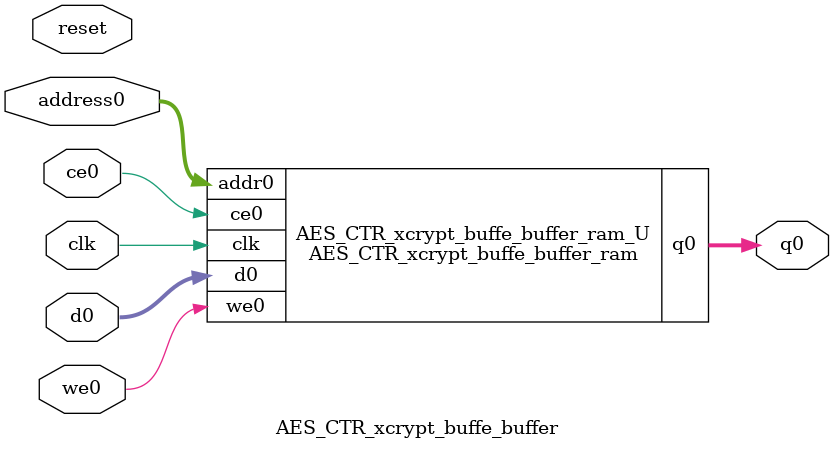
<source format=v>
`timescale 1 ns / 1 ps
module AES_CTR_xcrypt_buffe_buffer_ram (addr0, ce0, d0, we0, q0,  clk);

parameter DWIDTH = 8;
parameter AWIDTH = 4;
parameter MEM_SIZE = 16;

input[AWIDTH-1:0] addr0;
input ce0;
input[DWIDTH-1:0] d0;
input we0;
output reg[DWIDTH-1:0] q0;
input clk;

(* ram_style = "distributed" *)reg [DWIDTH-1:0] ram[0:MEM_SIZE-1];




always @(posedge clk)  
begin 
    if (ce0) 
    begin
        if (we0) 
        begin 
            ram[addr0] <= d0; 
        end 
        q0 <= ram[addr0];
    end
end


endmodule

`timescale 1 ns / 1 ps
module AES_CTR_xcrypt_buffe_buffer(
    reset,
    clk,
    address0,
    ce0,
    we0,
    d0,
    q0);

parameter DataWidth = 32'd8;
parameter AddressRange = 32'd16;
parameter AddressWidth = 32'd4;
input reset;
input clk;
input[AddressWidth - 1:0] address0;
input ce0;
input we0;
input[DataWidth - 1:0] d0;
output[DataWidth - 1:0] q0;



AES_CTR_xcrypt_buffe_buffer_ram AES_CTR_xcrypt_buffe_buffer_ram_U(
    .clk( clk ),
    .addr0( address0 ),
    .ce0( ce0 ),
    .we0( we0 ),
    .d0( d0 ),
    .q0( q0 ));

endmodule


</source>
